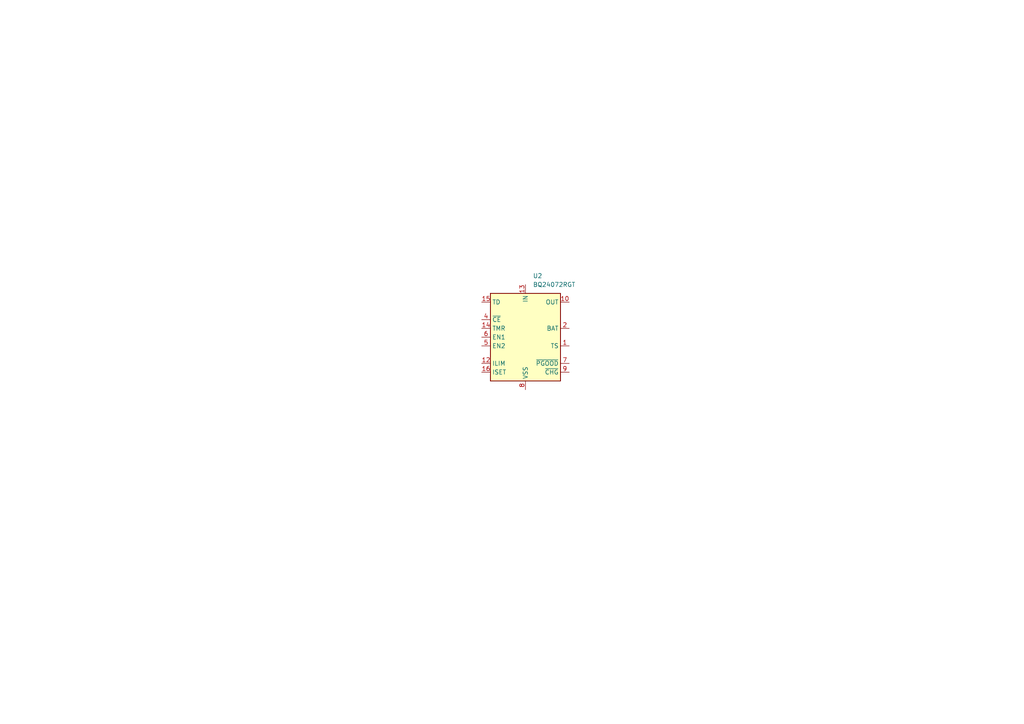
<source format=kicad_sch>
(kicad_sch (version 20250114) (generator "eeschema") (generator_version "9.0")
  (paper "A4")
  (lib_symbols
    (symbol "Battery_Management:BQ24072RGT"
      (property "Reference" "U" (at -8.89 13.97 0))
      (property "Value" "BQ24072RGT" (at 16.51 13.97 0))
      (symbol "BQ24072RGT_0_1"
        (rectangle (start -10.16 12.7) (end 10.16 -12.7) (stroke (width 0.254)) (fill (type background)))
      )
      (symbol "BQ24072RGT_1_1"
        (pin input line (at -12.7 10.16 0) (length 2.54) (name "TD") (number "15"))
        (pin input line (at -12.7 5.08 0) (length 2.54) (name "~{CE}") (number "4"))
        (pin input line (at -12.7 2.54 0) (length 2.54) (name "TMR") (number "14"))
        (pin input line (at -12.7 0 0) (length 2.54) (name "EN1") (number "6"))
        (pin input line (at -12.7 -2.54 0) (length 2.54) (name "EN2") (number "5"))
        (pin passive line (at -12.7 -7.62 0) (length 2.54) (name "ILIM") (number "12"))
        (pin passive line (at -12.7 -10.16 0) (length 2.54) (name "ISET") (number "16"))
        (pin power_in line (at 0 15.24 270) (length 2.54) (name "IN") (number "13"))
        (pin passive line (at 0 -15.24 90) (length 2.54) (hide yes) (name "VSS") (number "17"))
        (pin power_in line (at 0 -15.24 90) (length 2.54) (name "VSS") (number "8"))
        (pin power_out line (at 12.7 10.16 180) (length 2.54) (name "OUT") (number "10"))
        (pin passive line (at 12.7 10.16 180) (length 2.54) (hide yes) (name "OUT") (number "11"))
        (pin power_out line (at 12.7 2.54 180) (length 2.54) (name "BAT") (number "2"))
        (pin passive line (at 12.7 2.54 180) (length 2.54) (hide yes) (name "BAT") (number "3"))
        (pin passive line (at 12.7 -2.54 180) (length 2.54) (name "TS") (number "1"))
        (pin open_collector line (at 12.7 -7.62 180) (length 2.54) (name "~{PGOOD}") (number "7"))
        (pin open_collector line (at 12.7 -10.16 180) (length 2.54) (name "~{CHG}") (number "9"))
      )
    )
  )
  (symbol (lib_id "Battery_Management:BQ24072RGT") (at 152.4 97.79 0) (unit 1)
    (property "Reference" "U2" (at 154.5433 80.01 0) (effects (justify left)))
    (property "Value" "BQ24072RGT" (at 154.5433 82.55 0) (effects (justify left)))
    (property "Footprint" "Package_DFN_QFN:VQFN-16-1EP_3x3mm_P0.5mm_EP1.6x1.6mm" (effects (hide yes)))
    (property "Datasheet" "http://www.ti.com/lit/ds/symlink/bq24072.pdf" (effects (hide yes)))
    (property "Description" "USB-Friendly Li-Ion Battery Charger and Power-Path Management, VQFN-16" (effects (hide yes)))
  )
)
</source>
